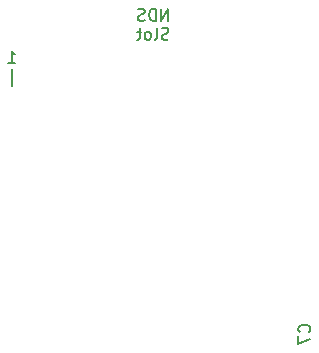
<source format=gbr>
%TF.GenerationSoftware,KiCad,Pcbnew,(6.0.2)*%
%TF.CreationDate,2022-08-25T07:28:03-05:00*%
%TF.ProjectId,REF1714,52454631-3731-4342-9e6b-696361645f70,rev?*%
%TF.SameCoordinates,Original*%
%TF.FileFunction,Legend,Bot*%
%TF.FilePolarity,Positive*%
%FSLAX46Y46*%
G04 Gerber Fmt 4.6, Leading zero omitted, Abs format (unit mm)*
G04 Created by KiCad (PCBNEW (6.0.2)) date 2022-08-25 07:28:03*
%MOMM*%
%LPD*%
G01*
G04 APERTURE LIST*
%ADD10C,0.150000*%
G04 APERTURE END LIST*
D10*
X163736142Y-107983333D02*
X163783761Y-107935714D01*
X163831380Y-107792857D01*
X163831380Y-107697619D01*
X163783761Y-107554761D01*
X163688523Y-107459523D01*
X163593285Y-107411904D01*
X163402809Y-107364285D01*
X163259952Y-107364285D01*
X163069476Y-107411904D01*
X162974238Y-107459523D01*
X162879000Y-107554761D01*
X162831380Y-107697619D01*
X162831380Y-107792857D01*
X162879000Y-107935714D01*
X162926619Y-107983333D01*
X162831380Y-108316666D02*
X162831380Y-108983333D01*
X163831380Y-108554761D01*
X138280285Y-85190380D02*
X138851714Y-85190380D01*
X138566000Y-85190380D02*
X138566000Y-84190380D01*
X138661238Y-84333238D01*
X138756476Y-84428476D01*
X138851714Y-84476095D01*
X138566000Y-87133714D02*
X138566000Y-85705142D01*
X151796904Y-81634380D02*
X151796904Y-80634380D01*
X151225476Y-81634380D01*
X151225476Y-80634380D01*
X150749285Y-81634380D02*
X150749285Y-80634380D01*
X150511190Y-80634380D01*
X150368333Y-80682000D01*
X150273095Y-80777238D01*
X150225476Y-80872476D01*
X150177857Y-81062952D01*
X150177857Y-81205809D01*
X150225476Y-81396285D01*
X150273095Y-81491523D01*
X150368333Y-81586761D01*
X150511190Y-81634380D01*
X150749285Y-81634380D01*
X149796904Y-81586761D02*
X149654047Y-81634380D01*
X149415952Y-81634380D01*
X149320714Y-81586761D01*
X149273095Y-81539142D01*
X149225476Y-81443904D01*
X149225476Y-81348666D01*
X149273095Y-81253428D01*
X149320714Y-81205809D01*
X149415952Y-81158190D01*
X149606428Y-81110571D01*
X149701666Y-81062952D01*
X149749285Y-81015333D01*
X149796904Y-80920095D01*
X149796904Y-80824857D01*
X149749285Y-80729619D01*
X149701666Y-80682000D01*
X149606428Y-80634380D01*
X149368333Y-80634380D01*
X149225476Y-80682000D01*
X151820714Y-83196761D02*
X151677857Y-83244380D01*
X151439761Y-83244380D01*
X151344523Y-83196761D01*
X151296904Y-83149142D01*
X151249285Y-83053904D01*
X151249285Y-82958666D01*
X151296904Y-82863428D01*
X151344523Y-82815809D01*
X151439761Y-82768190D01*
X151630238Y-82720571D01*
X151725476Y-82672952D01*
X151773095Y-82625333D01*
X151820714Y-82530095D01*
X151820714Y-82434857D01*
X151773095Y-82339619D01*
X151725476Y-82292000D01*
X151630238Y-82244380D01*
X151392142Y-82244380D01*
X151249285Y-82292000D01*
X150677857Y-83244380D02*
X150773095Y-83196761D01*
X150820714Y-83101523D01*
X150820714Y-82244380D01*
X150154047Y-83244380D02*
X150249285Y-83196761D01*
X150296904Y-83149142D01*
X150344523Y-83053904D01*
X150344523Y-82768190D01*
X150296904Y-82672952D01*
X150249285Y-82625333D01*
X150154047Y-82577714D01*
X150011190Y-82577714D01*
X149915952Y-82625333D01*
X149868333Y-82672952D01*
X149820714Y-82768190D01*
X149820714Y-83053904D01*
X149868333Y-83149142D01*
X149915952Y-83196761D01*
X150011190Y-83244380D01*
X150154047Y-83244380D01*
X149535000Y-82577714D02*
X149154047Y-82577714D01*
X149392142Y-82244380D02*
X149392142Y-83101523D01*
X149344523Y-83196761D01*
X149249285Y-83244380D01*
X149154047Y-83244380D01*
M02*

</source>
